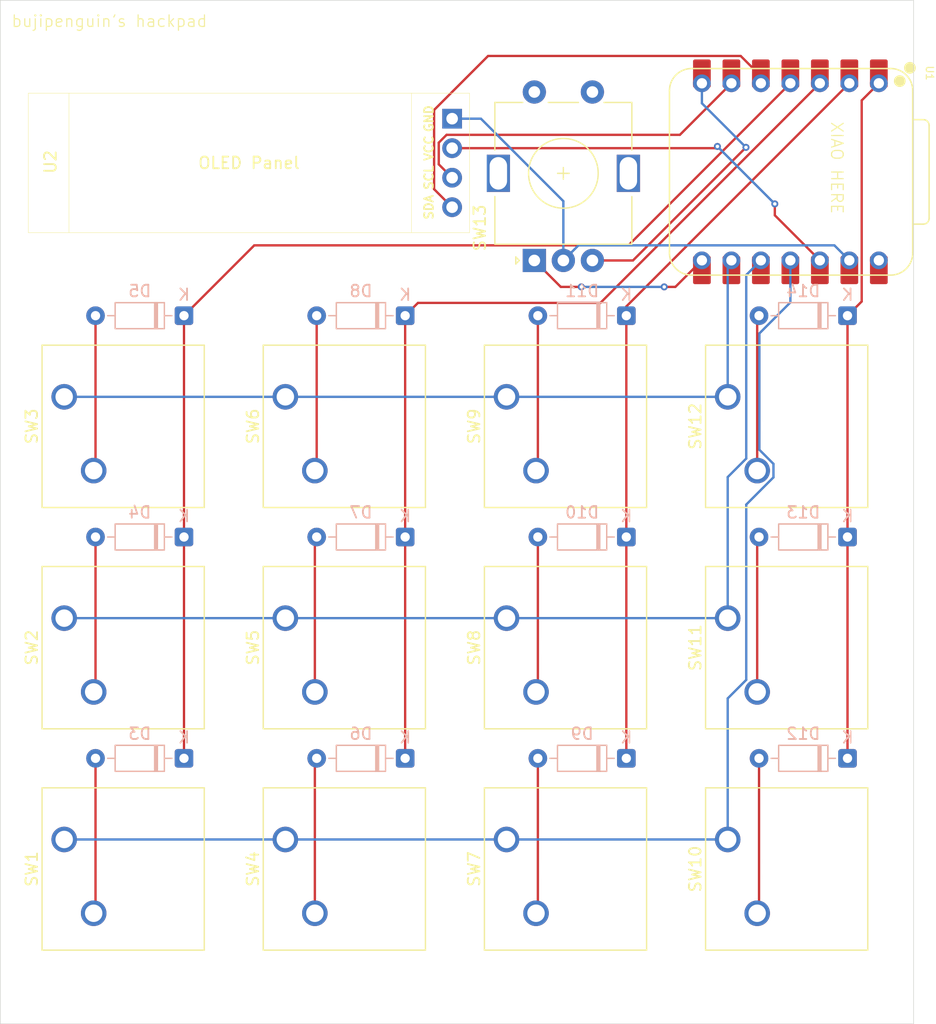
<source format=kicad_pcb>
(kicad_pcb (version 20241229) (generator "pcbnew") (generator_version "9.0")
  (layers (0 "F.Cu" signal) (2 "B.Cu" signal) (13 "F.Paste" user) (15 "B.Paste" user) (5 "F.SilkS" user "F.Silkscreen") (7 "B.SilkS" user "B.Silkscreen") (1 "F.Mask" user) (3 "B.Mask" user) (25 "Edge.Cuts" user))
  (net 0 "")
  (net 1 "Net-(D3-A)")
  (net 2 "Row 0")
  (net 3 "Net-(D4-A)")
  (net 4 "Net-(D5-A)")
  (net 5 "Row 1")
  (net 6 "Net-(D6-A)")
  (net 7 "Net-(D7-A)")
  (net 8 "Net-(D8-A)")
  (net 9 "Row 2")
  (net 10 "Net-(D9-A)")
  (net 11 "Net-(D10-A)")
  (net 12 "Net-(D11-A)")
  (net 13 "Row 3")
  (net 14 "Net-(D12-A)")
  (net 15 "Net-(D13-A)")
  (net 16 "Net-(D14-A)")
  (net 17 "GND")
  (net 18 "Column 0")
  (net 19 "Column 1")
  (net 20 "Column 2")
  (net 21 "Net-(U1-GPIO1{slash}RX)")
  (net 22 "SDA")
  (net 23 "SCL")
  (net 24 "Net-(U1-GPIO0{slash}TX)")
  (net 25 "+5V")
  (net 26 "+3V3")
  (footprint "Button_Switch_Keyboard:SW_Cherry_MX_1.00u_PCB" (layer "F.Cu") (at 143.58 119 90)
    (property "Reference" "SW4" (at -2.54 -2.794 90) (layer "F.SilkS"))
    (property "Value" "SW_Push")
    (fp_line (start 4.445 -1.905) (end 4.445 12.065) (stroke (width 0.12)) (layer "F.SilkS"))
    (fp_line (start -9.525 -1.905) (end 4.445 -1.905) (stroke (width 0.12)) (layer "F.SilkS"))
    (fp_line (start 4.445 12.065) (end -9.525 12.065) (stroke (width 0.12)) (layer "F.SilkS"))
    (fp_line (start -9.525 12.065) (end -9.525 -1.905) (stroke (width 0.12)) (layer "F.SilkS"))
    (pad "" np_thru_hole circle (at -7.62 5.08 90) (size 1.7 1.7) (drill 1.7) (layers "*.Cu" "*.Mask"))
    (pad "" np_thru_hole circle (at -2.54 5.08 90) (size 4 4) (drill 4) (layers "*.Cu" "*.Mask"))
    (pad "" np_thru_hole circle (at 2.54 5.08 90) (size 1.7 1.7) (drill 1.7) (layers "*.Cu" "*.Mask"))
    (pad "1" thru_hole circle (at 0 0 90) (size 2.2 2.2) (drill 1.5) (layers "*.Cu" "*.Mask") (net 18 "Column 0"))
    (pad "2" thru_hole circle (at -6.35 2.54 90) (size 2.2 2.2) (drill 1.5) (layers "*.Cu" "*.Mask") (net 6 "Net-(D6-A)"))
  )
  (footprint "OPL:XIAO-RP2040-DIP" (layer "F.Cu") (at 187.0775 61.5325 -90)
    (property "Reference" "U1" (at -8.5 -12 270) (layer "F.SilkS") (effects (font (size 0.635 0.635) (thickness 0.1016))))
    (property "Value" "XIAO-RP2040-DIP")
    (fp_line (start -6.985 10.414) (end 6.985 10.414) (stroke (width 0.127)) (layer "F.SilkS"))
    (fp_line (start -8.89 8.509) (end -8.89 -8.636) (stroke (width 0.127)) (layer "F.SilkS"))
    (fp_line (start 8.89 8.509) (end 8.89 -8.636) (stroke (width 0.127)) (layer "F.SilkS"))
    (fp_line (start -4.495 -10.541) (end -4.491272 -11.451272) (stroke (width 0.127)) (layer "F.SilkS"))
    (fp_line (start 6.985 -10.541) (end -6.985 -10.541) (stroke (width 0.1)) (layer "F.SilkS"))
    (fp_line (start 6.985 -10.541) (end -6.985 -10.541) (stroke (width 0.127)) (layer "F.SilkS"))
    (fp_line (start 4.504 -11.451) (end 4.504 -10.541) (stroke (width 0.127)) (layer "F.SilkS"))
    (fp_line (start -3.991272 -11.951) (end 4.004 -11.951) (stroke (width 0.127)) (layer "F.SilkS"))
    (fp_arc (start -6.985 10.414) (mid -8.332038 9.856038) (end -8.89 8.509) (stroke (width 0.127)) (layer "F.SilkS"))
    (fp_arc (start 8.89 8.509) (mid 8.332038 9.856038) (end 6.985 10.414) (stroke (width 0.127)) (layer "F.SilkS"))
    (fp_arc (start -8.89 -8.636) (mid -8.332038 -9.983038) (end -6.985 -10.541) (stroke (width 0.127)) (layer "F.SilkS"))
    (fp_arc (start 6.985 -10.541) (mid 8.332038 -9.983038) (end 8.89 -8.636) (stroke (width 0.127)) (layer "F.SilkS"))
    (fp_arc (start -4.491272 -11.451272) (mid -4.344724 -11.804644) (end -3.991272 -11.951) (stroke (width 0.127)) (layer "F.SilkS"))
    (fp_arc (start 4.004 -11.951) (mid 4.357553 -11.804553) (end 4.504 -11.451) (stroke (width 0.127)) (layer "F.SilkS"))
    (fp_circle (center -7.807 -9.42) (end -7.807 -9.674) (stroke (width 0.5)) (fill yes) (layer "F.SilkS"))
    (fp_circle (center -8.95 -10.3) (end -8.95 -10.554) (stroke (width 0.5)) (fill yes) (layer "F.SilkS"))
    (pad "1" smd roundrect (at -8.455 -7.62 90) (size 2.432 1.524) (layers "F.Cu" "F.Mask") (roundrect_rratio 0.1) (net 13 "Row 3"))
    (pad "1" thru_hole circle (at -7.62 -7.62 90) (size 1.524 1.524) (drill 0.889) (layers "*.Cu" "*.Mask") (net 13 "Row 3"))
    (pad "2" smd roundrect (at -8.455 -5.08 90) (size 2.432 1.524) (layers "F.Cu" "F.Mask") (roundrect_rratio 0.1) (net 9 "Row 2"))
    (pad "2" thru_hole circle (at -7.62 -5.08 90) (size 1.524 1.524) (drill 0.889) (layers "*.Cu" "*.Mask") (net 9 "Row 2"))
    (pad "3" smd roundrect (at -8.455 -2.54 90) (size 2.432 1.524) (layers "F.Cu" "F.Mask") (roundrect_rratio 0.1) (net 5 "Row 1"))
    (pad "3" thru_hole circle (at -7.62 -2.54 90) (size 1.524 1.524) (drill 0.889) (layers "*.Cu" "*.Mask") (net 5 "Row 1"))
    (pad "4" smd roundrect (at -8.455 0 90) (size 2.432 1.524) (layers "F.Cu" "F.Mask") (roundrect_rratio 0.1) (net 2 "Row 0"))
    (pad "4" thru_hole circle (at -7.62 0 90) (size 1.524 1.524) (drill 0.889) (layers "*.Cu" "*.Mask") (net 2 "Row 0"))
    (pad "5" smd roundrect (at -8.455 2.54 90) (size 2.432 1.524) (layers "F.Cu" "F.Mask") (roundrect_rratio 0.1) (net 22 "SDA"))
    (pad "5" thru_hole circle (at -7.62 2.54 90) (size 1.524 1.524) (drill 0.889) (layers "*.Cu" "*.Mask") (net 22 "SDA"))
    (pad "6" smd roundrect (at -8.455 5.08 90) (size 2.432 1.524) (layers "F.Cu" "F.Mask") (roundrect_rratio 0.1) (net 23 "SCL"))
    (pad "6" thru_hole circle (at -7.62 5.08 90) (size 1.524 1.524) (drill 0.889) (layers "*.Cu" "*.Mask") (net 23 "SCL"))
    (pad "7" smd roundrect (at -8.455 7.62 90) (size 2.432 1.524) (layers "F.Cu" "F.Mask") (roundrect_rratio 0.1) (net 24 "Net-(U1-GPIO0{slash}TX)"))
    (pad "7" thru_hole circle (at -7.62 7.62 90) (size 1.524 1.524) (drill 0.889) (layers "*.Cu" "*.Mask") (net 24 "Net-(U1-GPIO0{slash}TX)"))
    (pad "8" thru_hole circle (at 7.62 7.62 270) (size 1.524 1.524) (drill 0.889) (layers "*.Cu" "*.Mask") (net 21 "Net-(U1-GPIO1{slash}RX)"))
    (pad "8" smd roundrect (at 8.455 7.62 270) (size 2.432 1.524) (layers "F.Cu" "F.Mask") (roundrect_rratio 0.1) (net 21 "Net-(U1-GPIO1{slash}RX)"))
    (pad "9" thru_hole circle (at 7.62 5.08 270) (size 1.524 1.524) (drill 0.889) (layers "*.Cu" "*.Mask") (net 20 "Column 2"))
    (pad "9" smd roundrect (at 8.455 5.08 270) (size 2.432 1.524) (layers "F.Cu" "F.Mask") (roundrect_rratio 0.1) (net 20 "Column 2"))
    (pad "10" thru_hole circle (at 7.62 2.54 270) (size 1.524 1.524) (drill 0.889) (layers "*.Cu" "*.Mask") (net 19 "Column 1"))
    (pad "10" smd roundrect (at 8.455 2.54 270) (size 2.432 1.524) (layers "F.Cu" "F.Mask") (roundrect_rratio 0.1) (net 19 "Column 1"))
    (pad "11" thru_hole circle (at 7.62 0 270) (size 1.524 1.524) (drill 0.889) (layers "*.Cu" "*.Mask") (net 18 "Column 0"))
    (pad "11" smd roundrect (at 8.455 0 270) (size 2.432 1.524) (layers "F.Cu" "F.Mask") (roundrect_rratio 0.1) (net 18 "Column 0"))
    (pad "12" thru_hole circle (at 7.62 -2.54 270) (size 1.524 1.524) (drill 0.889) (layers "*.Cu" "*.Mask") (net 26 "+3V3"))
    (pad "12" smd roundrect (at 8.455 -2.54 270) (size 2.432 1.524) (layers "F.Cu" "F.Mask") (roundrect_rratio 0.1) (net 26 "+3V3"))
    (pad "13" thru_hole circle (at 7.62 -5.08 270) (size 1.524 1.524) (drill 0.889) (layers "*.Cu" "*.Mask") (net 17 "GND"))
    (pad "13" smd roundrect (at 8.455 -5.08 270) (size 2.432 1.524) (layers "F.Cu" "F.Mask") (roundrect_rratio 0.1) (net 17 "GND"))
    (pad "14" thru_hole circle (at 7.62 -7.62 270) (size 1.524 1.524) (drill 0.889) (layers "*.Cu" "*.Mask") (net 25 "+5V"))
    (pad "14" smd roundrect (at 8.455 -7.62 270) (size 2.432 1.524) (layers "F.Cu" "F.Mask") (roundrect_rratio 0.1) (net 25 "+5V"))
  )
  (footprint "Button_Switch_Keyboard:SW_Cherry_MX_1.00u_PCB" (layer "F.Cu") (at 162.63 80.9 90)
    (property "Reference" "SW9" (at -2.54 -2.794 90) (layer "F.SilkS"))
    (property "Value" "SW_Push")
    (fp_line (start 4.445 -1.905) (end 4.445 12.065) (stroke (width 0.12)) (layer "F.SilkS"))
    (fp_line (start -9.525 -1.905) (end 4.445 -1.905) (stroke (width 0.12)) (layer "F.SilkS"))
    (fp_line (start 4.445 12.065) (end -9.525 12.065) (stroke (width 0.12)) (layer "F.SilkS"))
    (fp_line (start -9.525 12.065) (end -9.525 -1.905) (stroke (width 0.12)) (layer "F.SilkS"))
    (pad "" np_thru_hole circle (at -7.62 5.08 90) (size 1.7 1.7) (drill 1.7) (layers "*.Cu" "*.Mask"))
    (pad "" np_thru_hole circle (at -2.54 5.08 90) (size 4 4) (drill 4) (layers "*.Cu" "*.Mask"))
    (pad "" np_thru_hole circle (at 2.54 5.08 90) (size 1.7 1.7) (drill 1.7) (layers "*.Cu" "*.Mask"))
    (pad "1" thru_hole circle (at 0 0 90) (size 2.2 2.2) (drill 1.5) (layers "*.Cu" "*.Mask") (net 20 "Column 2"))
    (pad "2" thru_hole circle (at -6.35 2.54 90) (size 2.2 2.2) (drill 1.5) (layers "*.Cu" "*.Mask") (net 12 "Net-(D11-A)"))
  )
  (footprint "Button_Switch_Keyboard:SW_Cherry_MX_1.00u_PCB" (layer "F.Cu") (at 181.68 119 90)
    (property "Reference" "SW10" (at -2.54 -2.794 90) (layer "F.SilkS"))
    (property "Value" "SW_Push")
    (fp_line (start 4.445 -1.905) (end 4.445 12.065) (stroke (width 0.12)) (layer "F.SilkS"))
    (fp_line (start -9.525 -1.905) (end 4.445 -1.905) (stroke (width 0.12)) (layer "F.SilkS"))
    (fp_line (start 4.445 12.065) (end -9.525 12.065) (stroke (width 0.12)) (layer "F.SilkS"))
    (fp_line (start -9.525 12.065) (end -9.525 -1.905) (stroke (width 0.12)) (layer "F.SilkS"))
    (pad "" np_thru_hole circle (at -7.62 5.08 90) (size 1.7 1.7) (drill 1.7) (layers "*.Cu" "*.Mask"))
    (pad "" np_thru_hole circle (at -2.54 5.08 90) (size 4 4) (drill 4) (layers "*.Cu" "*.Mask"))
    (pad "" np_thru_hole circle (at 2.54 5.08 90) (size 1.7 1.7) (drill 1.7) (layers "*.Cu" "*.Mask"))
    (pad "1" thru_hole circle (at 0 0 90) (size 2.2 2.2) (drill 1.5) (layers "*.Cu" "*.Mask") (net 18 "Column 0"))
    (pad "2" thru_hole circle (at -6.35 2.54 90) (size 2.2 2.2) (drill 1.5) (layers "*.Cu" "*.Mask") (net 14 "Net-(D12-A)"))
  )
  (footprint "KiCad-SSD1306-0.91-OLED-4pin-128x32.pretty-master:SSD1306-0.91-OLED-4pin-128x32" (layer "F.Cu") (at 121.44375 54.76875)
    (property "Reference" "U2" (at 1.9 5.91 90) (layer "F.SilkS"))
    (property "Value" "SSD1306")
    (fp_line (start 0 0) (end 0 12) (stroke (width 0.04)) (layer "F.SilkS"))
    (fp_line (start 0 12) (end 38 12) (stroke (width 0.04)) (layer "F.SilkS"))
    (fp_line (start 3.5 0) (end 3.5 12) (stroke (width 0.04)) (layer "F.SilkS"))
    (fp_line (start 33 0) (end 33 12) (stroke (width 0.04)) (layer "F.SilkS"))
    (fp_line (start 38 0) (end 0 0) (stroke (width 0.04)) (layer "F.SilkS"))
    (fp_line (start 38 12) (end 38 0) (stroke (width 0.04)) (layer "F.SilkS"))
    (fp_text user "OLED Panel" (at 19 6 0) (layer "F.SilkS"))
    (fp_text user "SDA" (at 34.5 9.81 90) (layer "F.SilkS") (effects (font (size 0.75 0.75))))
    (fp_text user "SCL" (at 34.5 7.27 90) (layer "F.SilkS") (effects (font (size 0.75 0.75))))
    (fp_text user "VCC" (at 34.5 4.73 90) (layer "F.SilkS") (effects (font (size 0.75 0.75))))
    (fp_text user "GND" (at 34.5 2.19 90) (layer "F.SilkS") (effects (font (size 0.75 0.75))))
    (pad "1" thru_hole rect (at 36.5 2.19) (size 1.7 1.7) (drill 1) (layers "*.Cu" "*.Mask") (net 17 "GND"))
    (pad "2" thru_hole oval (at 36.5 4.73) (size 1.7 1.7) (drill 1) (layers "*.Cu" "*.Mask") (net 26 "+3V3"))
    (pad "3" thru_hole oval (at 36.5 7.27) (size 1.7 1.7) (drill 1) (layers "*.Cu" "*.Mask") (net 23 "SCL"))
    (pad "4" thru_hole oval (at 36.5 9.81) (size 1.7 1.7) (drill 1) (layers "*.Cu" "*.Mask") (net 22 "SDA"))
  )
  (footprint "Button_Switch_Keyboard:SW_Cherry_MX_1.00u_PCB" (layer "F.Cu") (at 162.63 119 90)
    (property "Reference" "SW7" (at -2.54 -2.794 90) (layer "F.SilkS"))
    (property "Value" "SW_Push")
    (fp_line (start 4.445 -1.905) (end 4.445 12.065) (stroke (width 0.12)) (layer "F.SilkS"))
    (fp_line (start -9.525 -1.905) (end 4.445 -1.905) (stroke (width 0.12)) (layer "F.SilkS"))
    (fp_line (start 4.445 12.065) (end -9.525 12.065) (stroke (width 0.12)) (layer "F.SilkS"))
    (fp_line (start -9.525 12.065) (end -9.525 -1.905) (stroke (width 0.12)) (layer "F.SilkS"))
    (pad "" np_thru_hole circle (at -7.62 5.08 90) (size 1.7 1.7) (drill 1.7) (layers "*.Cu" "*.Mask"))
    (pad "" np_thru_hole circle (at -2.54 5.08 90) (size 4 4) (drill 4) (layers "*.Cu" "*.Mask"))
    (pad "" np_thru_hole circle (at 2.54 5.08 90) (size 1.7 1.7) (drill 1.7) (layers "*.Cu" "*.Mask"))
    (pad "1" thru_hole circle (at 0 0 90) (size 2.2 2.2) (drill 1.5) (layers "*.Cu" "*.Mask") (net 18 "Column 0"))
    (pad "2" thru_hole circle (at -6.35 2.54 90) (size 2.2 2.2) (drill 1.5) (layers "*.Cu" "*.Mask") (net 10 "Net-(D9-A)"))
  )
  (footprint "Button_Switch_Keyboard:SW_Cherry_MX_1.00u_PCB" (layer "F.Cu") (at 124.53 119 90)
    (property "Reference" "SW1" (at -2.54 -2.794 90) (layer "F.SilkS"))
    (property "Value" "SW_Push")
    (fp_line (start 4.445 -1.905) (end 4.445 12.065) (stroke (width 0.12)) (layer "F.SilkS"))
    (fp_line (start -9.525 -1.905) (end 4.445 -1.905) (stroke (width 0.12)) (layer "F.SilkS"))
    (fp_line (start 4.445 12.065) (end -9.525 12.065) (stroke (width 0.12)) (layer "F.SilkS"))
    (fp_line (start -9.525 12.065) (end -9.525 -1.905) (stroke (width 0.12)) (layer "F.SilkS"))
    (pad "" np_thru_hole circle (at -7.62 5.08 90) (size 1.7 1.7) (drill 1.7) (layers "*.Cu" "*.Mask"))
    (pad "" np_thru_hole circle (at -2.54 5.08 90) (size 4 4) (drill 4) (layers "*.Cu" "*.Mask"))
    (pad "" np_thru_hole circle (at 2.54 5.08 90) (size 1.7 1.7) (drill 1.7) (layers "*.Cu" "*.Mask"))
    (pad "1" thru_hole circle (at 0 0 90) (size 2.2 2.2) (drill 1.5) (layers "*.Cu" "*.Mask") (net 18 "Column 0"))
    (pad "2" thru_hole circle (at -6.35 2.54 90) (size 2.2 2.2) (drill 1.5) (layers "*.Cu" "*.Mask") (net 1 "Net-(D3-A)"))
  )
  (footprint "Button_Switch_Keyboard:SW_Cherry_MX_1.00u_PCB" (layer "F.Cu") (at 162.63 99.95 90)
    (property "Reference" "SW8" (at -2.54 -2.794 90) (layer "F.SilkS"))
    (property "Value" "SW_Push")
    (fp_line (start 4.445 -1.905) (end 4.445 12.065) (stroke (width 0.12)) (layer "F.SilkS"))
    (fp_line (start -9.525 -1.905) (end 4.445 -1.905) (stroke (width 0.12)) (layer "F.SilkS"))
    (fp_line (start 4.445 12.065) (end -9.525 12.065) (stroke (width 0.12)) (layer "F.SilkS"))
    (fp_line (start -9.525 12.065) (end -9.525 -1.905) (stroke (width 0.12)) (layer "F.SilkS"))
    (pad "" np_thru_hole circle (at -7.62 5.08 90) (size 1.7 1.7) (drill 1.7) (layers "*.Cu" "*.Mask"))
    (pad "" np_thru_hole circle (at -2.54 5.08 90) (size 4 4) (drill 4) (layers "*.Cu" "*.Mask"))
    (pad "" np_thru_hole circle (at 2.54 5.08 90) (size 1.7 1.7) (drill 1.7) (layers "*.Cu" "*.Mask"))
    (pad "1" thru_hole circle (at 0 0 90) (size 2.2 2.2) (drill 1.5) (layers "*.Cu" "*.Mask") (net 19 "Column 1"))
    (pad "2" thru_hole circle (at -6.35 2.54 90) (size 2.2 2.2) (drill 1.5) (layers "*.Cu" "*.Mask") (net 11 "Net-(D10-A)"))
  )
  (footprint "EC11_Rotary_Encoder_for_hackpad:RotaryEncoder_Alps_EC11E-Switch_Vertical_H20mm" (layer "F.Cu") (at 165.025 69.1625 90)
    (property "Reference" "SW13" (at 2.8 -4.7 90) (layer "F.SilkS"))
    (property "Value" "RotaryEncoder_Switch")
    (fp_line (start 13.6 -3.4) (end 13.6 -1) (stroke (width 0.12)) (layer "F.SilkS"))
    (fp_line (start 9.5 -3.4) (end 13.6 -3.4) (stroke (width 0.12)) (layer "F.SilkS"))
    (fp_line (start 5.5 -3.4) (end 1.4 -3.4) (stroke (width 0.12)) (layer "F.SilkS"))
    (fp_line (start 1.4 -3.4) (end 1.4 8.4) (stroke (width 0.12)) (layer "F.SilkS"))
    (fp_line (start 0.3 -1.6) (end 0 -1.3) (stroke (width 0.12)) (layer "F.SilkS"))
    (fp_line (start -0.3 -1.6) (end 0.3 -1.6) (stroke (width 0.12)) (layer "F.SilkS"))
    (fp_line (start 0 -1.3) (end -0.3 -1.6) (stroke (width 0.12)) (layer "F.SilkS"))
    (fp_line (start 13.6 1.2) (end 13.6 3.8) (stroke (width 0.12)) (layer "F.SilkS"))
    (fp_line (start 7.5 2) (end 7.5 3) (stroke (width 0.12)) (layer "F.SilkS"))
    (fp_line (start 7 2.5) (end 8 2.5) (stroke (width 0.12)) (layer "F.SilkS"))
    (fp_line (start 13.6 6) (end 13.6 8.4) (stroke (width 0.12)) (layer "F.SilkS"))
    (fp_line (start 13.6 8.4) (end 9.5 8.4) (stroke (width 0.12)) (layer "F.SilkS"))
    (fp_line (start 5.5 8.4) (end 1.4 8.4) (stroke (width 0.12)) (layer "F.SilkS"))
    (fp_circle (center 7.5 2.5) (end 10.5 2.5) (stroke (width 0.12)) (fill no) (layer "F.SilkS"))
    (pad "A" thru_hole rect (at 0 0 90) (size 2 2) (drill 1) (layers "*.Cu" "*.Mask") (net 21 "Net-(U1-GPIO1{slash}RX)"))
    (pad "B" thru_hole circle (at 0 5 90) (size 2 2) (drill 1) (layers "*.Cu" "*.Mask") (net 24 "Net-(U1-GPIO0{slash}TX)"))
    (pad "C" thru_hole circle (at 0 2.5 90) (size 2 2) (drill 1) (layers "*.Cu" "*.Mask") (net 17 "GND"))
    (pad "MP" thru_hole rect (at 7.5 -3.1 90) (size 3.2 2) (drill oval 2.8 1.5) (layers "*.Cu" "*.Mask"))
    (pad "MP" thru_hole rect (at 7.5 8.1 90) (size 3.2 2) (drill oval 2.8 1.5) (layers "*.Cu" "*.Mask"))
    (pad "S1" thru_hole circle (at 14.5 5 90) (size 2 2) (drill 1) (layers "*.Cu" "*.Mask"))
    (pad "S2" thru_hole circle (at 14.5 0 90) (size 2 2) (drill 1) (layers "*.Cu" "*.Mask"))
  )
  (footprint "Button_Switch_Keyboard:SW_Cherry_MX_1.00u_PCB" (layer "F.Cu") (at 124.53 99.95 90)
    (property "Reference" "SW2" (at -2.54 -2.794 90) (layer "F.SilkS"))
    (property "Value" "SW_Push")
    (fp_line (start 4.445 -1.905) (end 4.445 12.065) (stroke (width 0.12)) (layer "F.SilkS"))
    (fp_line (start -9.525 -1.905) (end 4.445 -1.905) (stroke (width 0.12)) (layer "F.SilkS"))
    (fp_line (start 4.445 12.065) (end -9.525 12.065) (stroke (width 0.12)) (layer "F.SilkS"))
    (fp_line (start -9.525 12.065) (end -9.525 -1.905) (stroke (width 0.12)) (layer "F.SilkS"))
    (pad "" np_thru_hole circle (at -7.62 5.08 90) (size 1.7 1.7) (drill 1.7) (layers "*.Cu" "*.Mask"))
    (pad "" np_thru_hole circle (at -2.54 5.08 90) (size 4 4) (drill 4) (layers "*.Cu" "*.Mask"))
    (pad "" np_thru_hole circle (at 2.54 5.08 90) (size 1.7 1.7) (drill 1.7) (layers "*.Cu" "*.Mask"))
    (pad "1" thru_hole circle (at 0 0 90) (size 2.2 2.2) (drill 1.5) (layers "*.Cu" "*.Mask") (net 19 "Column 1"))
    (pad "2" thru_hole circle (at -6.35 2.54 90) (size 2.2 2.2) (drill 1.5) (layers "*.Cu" "*.Mask") (net 3 "Net-(D4-A)"))
  )
  (footprint "Button_Switch_Keyboard:SW_Cherry_MX_1.00u_PCB" (layer "F.Cu") (at 143.58 80.9 90)
    (property "Reference" "SW6" (at -2.54 -2.794 90) (layer "F.SilkS"))
    (property "Value" "SW_Push")
    (fp_line (start 4.445 -1.905) (end 4.445 12.065) (stroke (width 0.12)) (layer "F.SilkS"))
    (fp_line (start -9.525 -1.905) (end 4.445 -1.905) (stroke (width 0.12)) (layer "F.SilkS"))
    (fp_line (start 4.445 12.065) (end -9.525 12.065) (stroke (width 0.12)) (layer "F.SilkS"))
    (fp_line (start -9.525 12.065) (end -9.525 -1.905) (stroke (width 0.12)) (layer "F.SilkS"))
    (pad "" np_thru_hole circle (at -7.62 5.08 90) (size 1.7 1.7) (drill 1.7) (layers "*.Cu" "*.Mask"))
    (pad "" np_thru_hole circle (at -2.54 5.08 90) (size 4 4) (drill 4) (layers "*.Cu" "*.Mask"))
    (pad "" np_thru_hole circle (at 2.54 5.08 90) (size 1.7 1.7) (drill 1.7) (layers "*.Cu" "*.Mask"))
    (pad "1" thru_hole circle (at 0 0 90) (size 2.2 2.2) (drill 1.5) (layers "*.Cu" "*.Mask") (net 20 "Column 2"))
    (pad "2" thru_hole circle (at -6.35 2.54 90) (size 2.2 2.2) (drill 1.5) (layers "*.Cu" "*.Mask") (net 8 "Net-(D8-A)"))
  )
  (footprint "Button_Switch_Keyboard:SW_Cherry_MX_1.00u_PCB" (layer "F.Cu") (at 124.53 80.9 90)
    (property "Reference" "SW3" (at -2.54 -2.794 90) (layer "F.SilkS"))
    (property "Value" "SW_Push")
    (fp_line (start 4.445 -1.905) (end 4.445 12.065) (stroke (width 0.12)) (layer "F.SilkS"))
    (fp_line (start -9.525 -1.905) (end 4.445 -1.905) (stroke (width 0.12)) (layer "F.SilkS"))
    (fp_line (start 4.445 12.065) (end -9.525 12.065) (stroke (width 0.12)) (layer "F.SilkS"))
    (fp_line (start -9.525 12.065) (end -9.525 -1.905) (stroke (width 0.12)) (layer "F.SilkS"))
    (pad "" np_thru_hole circle (at -7.62 5.08 90) (size 1.7 1.7) (drill 1.7) (layers "*.Cu" "*.Mask"))
    (pad "" np_thru_hole circle (at -2.54 5.08 90) (size 4 4) (drill 4) (layers "*.Cu" "*.Mask"))
    (pad "" np_thru_hole circle (at 2.54 5.08 90) (size 1.7 1.7) (drill 1.7) (layers "*.Cu" "*.Mask"))
    (pad "1" thru_hole circle (at 0 0 90) (size 2.2 2.2) (drill 1.5) (layers "*.Cu" "*.Mask") (net 20 "Column 2"))
    (pad "2" thru_hole circle (at -6.35 2.54 90) (size 2.2 2.2) (drill 1.5) (layers "*.Cu" "*.Mask") (net 4 "Net-(D5-A)"))
  )
  (footprint "Button_Switch_Keyboard:SW_Cherry_MX_1.00u_PCB" (layer "F.Cu") (at 143.58 99.95 90)
    (property "Reference" "SW5" (at -2.54 -2.794 90) (layer "F.SilkS"))
    (property "Value" "SW_Push")
    (fp_line (start 4.445 -1.905) (end 4.445 12.065) (stroke (width 0.12)) (layer "F.SilkS"))
    (fp_line (start -9.525 -1.905) (end 4.445 -1.905) (stroke (width 0.12)) (layer "F.SilkS"))
    (fp_line (start 4.445 12.065) (end -9.525 12.065) (stroke (width 0.12)) (layer "F.SilkS"))
    (fp_line (start -9.525 12.065) (end -9.525 -1.905) (stroke (width 0.12)) (layer "F.SilkS"))
    (pad "" np_thru_hole circle (at -7.62 5.08 90) (size 1.7 1.7) (drill 1.7) (layers "*.Cu" "*.Mask"))
    (pad "" np_thru_hole circle (at -2.54 5.08 90) (size 4 4) (drill 4) (layers "*.Cu" "*.Mask"))
    (pad "" np_thru_hole circle (at 2.54 5.08 90) (size 1.7 1.7) (drill 1.7) (layers "*.Cu" "*.Mask"))
    (pad "1" thru_hole circle (at 0 0 90) (size 2.2 2.2) (drill 1.5) (layers "*.Cu" "*.Mask") (net 19 "Column 1"))
    (pad "2" thru_hole circle (at -6.35 2.54 90) (size 2.2 2.2) (drill 1.5) (layers "*.Cu" "*.Mask") (net 7 "Net-(D7-A)"))
  )
  (footprint "Button_Switch_Keyboard:SW_Cherry_MX_1.00u_PCB" (layer "F.Cu") (at 181.68 99.95 90)
    (property "Reference" "SW11" (at -2.54 -2.794 90) (layer "F.SilkS"))
    (property "Value" "SW_Push")
    (fp_line (start 4.445 -1.905) (end 4.445 12.065) (stroke (width 0.12)) (layer "F.SilkS"))
    (fp_line (start -9.525 -1.905) (end 4.445 -1.905) (stroke (width 0.12)) (layer "F.SilkS"))
    (fp_line (start 4.445 12.065) (end -9.525 12.065) (stroke (width 0.12)) (layer "F.SilkS"))
    (fp_line (start -9.525 12.065) (end -9.525 -1.905) (stroke (width 0.12)) (layer "F.SilkS"))
    (pad "" np_thru_hole circle (at -7.62 5.08 90) (size 1.7 1.7) (drill 1.7) (layers "*.Cu" "*.Mask"))
    (pad "" np_thru_hole circle (at -2.54 5.08 90) (size 4 4) (drill 4) (layers "*.Cu" "*.Mask"))
    (pad "" np_thru_hole circle (at 2.54 5.08 90) (size 1.7 1.7) (drill 1.7) (layers "*.Cu" "*.Mask"))
    (pad "1" thru_hole circle (at 0 0 90) (size 2.2 2.2) (drill 1.5) (layers "*.Cu" "*.Mask") (net 19 "Column 1"))
    (pad "2" thru_hole circle (at -6.35 2.54 90) (size 2.2 2.2) (drill 1.5) (layers "*.Cu" "*.Mask") (net 15 "Net-(D13-A)"))
  )
  (footprint "Button_Switch_Keyboard:SW_Cherry_MX_1.00u_PCB" (layer "F.Cu") (at 181.68 80.9 90)
    (property "Reference" "SW12" (at -2.54 -2.794 90) (layer "F.SilkS"))
    (property "Value" "SW_Push")
    (fp_line (start 4.445 -1.905) (end 4.445 12.065) (stroke (width 0.12)) (layer "F.SilkS"))
    (fp_line (start -9.525 -1.905) (end 4.445 -1.905) (stroke (width 0.12)) (layer "F.SilkS"))
    (fp_line (start 4.445 12.065) (end -9.525 12.065) (stroke (width 0.12)) (layer "F.SilkS"))
    (fp_line (start -9.525 12.065) (end -9.525 -1.905) (stroke (width 0.12)) (layer "F.SilkS"))
    (pad "" np_thru_hole circle (at -7.62 5.08 90) (size 1.7 1.7) (drill 1.7) (layers "*.Cu" "*.Mask"))
    (pad "" np_thru_hole circle (at -2.54 5.08 90) (size 4 4) (drill 4) (layers "*.Cu" "*.Mask"))
    (pad "" np_thru_hole circle (at 2.54 5.08 90) (size 1.7 1.7) (drill 1.7) (layers "*.Cu" "*.Mask"))
    (pad "1" thru_hole circle (at 0 0 90) (size 2.2 2.2) (drill 1.5) (layers "*.Cu" "*.Mask") (net 20 "Column 2"))
    (pad "2" thru_hole circle (at -6.35 2.54 90) (size 2.2 2.2) (drill 1.5) (layers "*.Cu" "*.Mask") (net 16 "Net-(D14-A)"))
  )
  (footprint "Diode_THT:D_DO-35_SOD27_P7.62mm_Horizontal" (layer "B.Cu") (at 134.84875 112.015 180)
    (property "Reference" "D3" (at 3.81 2.12 0) (layer "B.SilkS") (effects (justify mirror)))
    (property "Value" "1N4148")
    (fp_line (start 6.58 0) (end 5.93 0) (stroke (width 0.12)) (layer "B.SilkS"))
    (fp_line (start 2.53 1.12) (end 2.53 -1.12) (stroke (width 0.12)) (layer "B.SilkS"))
    (fp_line (start 2.41 1.12) (end 2.41 -1.12) (stroke (width 0.12)) (layer "B.SilkS"))
    (fp_line (start 2.29 1.12) (end 2.29 -1.12) (stroke (width 0.12)) (layer "B.SilkS"))
    (fp_line (start 1.04 0) (end 1.69 0) (stroke (width 0.12)) (layer "B.SilkS"))
    (fp_rect (start 1.69 1.12) (end 5.93 -1.12) (stroke (width 0.12)) (fill no) (layer "B.SilkS"))
    (fp_text user "K" (at 0 1.8 0) (layer "B.SilkS") (effects (justify mirror)))
    (pad "1" thru_hole roundrect (at 0 0 180) (size 1.6 1.6) (drill 0.8) (layers "*.Cu" "*.Mask") (roundrect_rratio 0.15625) (net 2 "Row 0"))
    (pad "2" thru_hole circle (at 7.62 0 180) (size 1.6 1.6) (drill 0.8) (layers "*.Cu" "*.Mask") (net 1 "Net-(D3-A)"))
  )
  (footprint "Diode_THT:D_DO-35_SOD27_P7.62mm_Horizontal" (layer "B.Cu") (at 172.94875 73.915 180)
    (property "Reference" "D11" (at 3.81 2.12 0) (layer "B.SilkS") (effects (justify mirror)))
    (property "Value" "1N4148")
    (fp_line (start 6.58 0) (end 5.93 0) (stroke (width 0.12)) (layer "B.SilkS"))
    (fp_line (start 2.53 1.12) (end 2.53 -1.12) (stroke (width 0.12)) (layer "B.SilkS"))
    (fp_line (start 2.41 1.12) (end 2.41 -1.12) (stroke (width 0.12)) (layer "B.SilkS"))
    (fp_line (start 2.29 1.12) (end 2.29 -1.12) (stroke (width 0.12)) (layer "B.SilkS"))
    (fp_line (start 1.04 0) (end 1.69 0) (stroke (width 0.12)) (layer "B.SilkS"))
    (fp_rect (start 1.69 1.12) (end 5.93 -1.12) (stroke (width 0.12)) (fill no) (layer "B.SilkS"))
    (fp_text user "K" (at 0 1.8 0) (layer "B.SilkS") (effects (justify mirror)))
    (pad "1" thru_hole roundrect (at 0 0 180) (size 1.6 1.6) (drill 0.8) (layers "*.Cu" "*.Mask") (roundrect_rratio 0.15625) (net 9 "Row 2"))
    (pad "2" thru_hole circle (at 7.62 0 180) (size 1.6 1.6) (drill 0.8) (layers "*.Cu" "*.Mask") (net 12 "Net-(D11-A)"))
  )
  (footprint "Diode_THT:D_DO-35_SOD27_P7.62mm_Horizontal" (layer "B.Cu") (at 153.89875 92.965 180)
    (property "Reference" "D7" (at 3.81 2.12 0) (layer "B.SilkS") (effects (justify mirror)))
    (property "Value" "1N4148")
    (fp_line (start 6.58 0) (end 5.93 0) (stroke (width 0.12)) (layer "B.SilkS"))
    (fp_line (start 2.53 1.12) (end 2.53 -1.12) (stroke (width 0.12)) (layer "B.SilkS"))
    (fp_line (start 2.41 1.12) (end 2.41 -1.12) (stroke (width 0.12)) (layer "B.SilkS"))
    (fp_line (start 2.29 1.12) (end 2.29 -1.12) (stroke (width 0.12)) (layer "B.SilkS"))
    (fp_line (start 1.04 0) (end 1.69 0) (stroke (width 0.12)) (layer "B.SilkS"))
    (fp_rect (start 1.69 1.12) (end 5.93 -1.12) (stroke (width 0.12)) (fill no) (layer "B.SilkS"))
    (fp_text user "K" (at 0 1.8 0) (layer "B.SilkS") (effects (justify mirror)))
    (pad "1" thru_hole roundrect (at 0 0 180) (size 1.6 1.6) (drill 0.8) (layers "*.Cu" "*.Mask") (roundrect_rratio 0.15625) (net 5 "Row 1"))
    (pad "2" thru_hole circle (at 7.62 0 180) (size 1.6 1.6) (drill 0.8) (layers "*.Cu" "*.Mask") (net 7 "Net-(D7-A)"))
  )
  (footprint "Diode_THT:D_DO-35_SOD27_P7.62mm_Horizontal" (layer "B.Cu") (at 153.89875 112.015 180)
    (property "Reference" "D6" (at 3.81 2.12 0) (layer "B.SilkS") (effects (justify mirror)))
    (property "Value" "1N4148")
    (fp_line (start 6.58 0) (end 5.93 0) (stroke (width 0.12)) (layer "B.SilkS"))
    (fp_line (start 2.53 1.12) (end 2.53 -1.12) (stroke (width 0.12)) (layer "B.SilkS"))
    (fp_line (start 2.41 1.12) (end 2.41 -1.12) (stroke (width 0.12)) (layer "B.SilkS"))
    (fp_line (start 2.29 1.12) (end 2.29 -1.12) (stroke (width 0.12)) (layer "B.SilkS"))
    (fp_line (start 1.04 0) (end 1.69 0) (stroke (width 0.12)) (layer "B.SilkS"))
    (fp_rect (start 1.69 1.12) (end 5.93 -1.12) (stroke (width 0.12)) (fill no) (layer "B.SilkS"))
    (fp_text user "K" (at 0 1.8 0) (layer "B.SilkS") (effects (justify mirror)))
    (pad "1" thru_hole roundrect (at 0 0 180) (size 1.6 1.6) (drill 0.8) (layers "*.Cu" "*.Mask") (roundrect_rratio 0.15625) (net 5 "Row 1"))
    (pad "2" thru_hole circle (at 7.62 0 180) (size 1.6 1.6) (drill 0.8) (layers "*.Cu" "*.Mask") (net 6 "Net-(D6-A)"))
  )
  (footprint "Diode_THT:D_DO-35_SOD27_P7.62mm_Horizontal" (layer "B.Cu") (at 191.99875 92.965 180)
    (property "Reference" "D13" (at 3.81 2.12 0) (layer "B.SilkS") (effects (justify mirror)))
    (property "Value" "1N4148")
    (fp_line (start 6.58 0) (end 5.93 0) (stroke (width 0.12)) (layer "B.SilkS"))
    (fp_line (start 2.53 1.12) (end 2.53 -1.12) (stroke (width 0.12)) (layer "B.SilkS"))
    (fp_line (start 2.41 1.12) (end 2.41 -1.12) (stroke (width 0.12)) (layer "B.SilkS"))
    (fp_line (start 2.29 1.12) (end 2.29 -1.12) (stroke (width 0.12)) (layer "B.SilkS"))
    (fp_line (start 1.04 0) (end 1.69 0) (stroke (width 0.12)) (layer "B.SilkS"))
    (fp_rect (start 1.69 1.12) (end 5.93 -1.12) (stroke (width 0.12)) (fill no) (layer "B.SilkS"))
    (fp_text user "K" (at 0 1.8 0) (layer "B.SilkS") (effects (justify mirror)))
    (pad "1" thru_hole roundrect (at 0 0 180) (size 1.6 1.6) (drill 0.8) (layers "*.Cu" "*.Mask") (roundrect_rratio 0.15625) (net 13 "Row 3"))
    (pad "2" thru_hole circle (at 7.62 0 180) (size 1.6 1.6) (drill 0.8) (layers "*.Cu" "*.Mask") (net 15 "Net-(D13-A)"))
  )
  (footprint "Diode_THT:D_DO-35_SOD27_P7.62mm_Horizontal" (layer "B.Cu") (at 153.89875 73.915 180)
    (property "Reference" "D8" (at 3.81 2.12 0) (layer "B.SilkS") (effects (justify mirror)))
    (property "Value" "1N4148")
    (fp_line (start 6.58 0) (end 5.93 0) (stroke (width 0.12)) (layer "B.SilkS"))
    (fp_line (start 2.53 1.12) (end 2.53 -1.12) (stroke (width 0.12)) (layer "B.SilkS"))
    (fp_line (start 2.41 1.12) (end 2.41 -1.12) (stroke (width 0.12)) (layer "B.SilkS"))
    (fp_line (start 2.29 1.12) (end 2.29 -1.12) (stroke (width 0.12)) (layer "B.SilkS"))
    (fp_line (start 1.04 0) (end 1.69 0) (stroke (width 0.12)) (layer "B.SilkS"))
    (fp_rect (start 1.69 1.12) (end 5.93 -1.12) (stroke (width 0.12)) (fill no) (layer "B.SilkS"))
    (fp_text user "K" (at 0 1.8 0) (layer "B.SilkS") (effects (justify mirror)))
    (pad "1" thru_hole roundrect (at 0 0 180) (size 1.6 1.6) (drill 0.8) (layers "*.Cu" "*.Mask") (roundrect_rratio 0.15625) (net 5 "Row 1"))
    (pad "2" thru_hole circle (at 7.62 0 180) (size 1.6 1.6) (drill 0.8) (layers "*.Cu" "*.Mask") (net 8 "Net-(D8-A)"))
  )
  (footprint "Diode_THT:D_DO-35_SOD27_P7.62mm_Horizontal" (layer "B.Cu") (at 172.94875 112.015 180)
    (property "Reference" "D9" (at 3.81 2.12 0) (layer "B.SilkS") (effects (justify mirror)))
    (property "Value" "1N4148")
    (fp_line (start 6.58 0) (end 5.93 0) (stroke (width 0.12)) (layer "B.SilkS"))
    (fp_line (start 2.53 1.12) (end 2.53 -1.12) (stroke (width 0.12)) (layer "B.SilkS"))
    (fp_line (start 2.41 1.12) (end 2.41 -1.12) (stroke (width 0.12)) (layer "B.SilkS"))
    (fp_line (start 2.29 1.12) (end 2.29 -1.12) (stroke (width 0.12)) (layer "B.SilkS"))
    (fp_line (start 1.04 0) (end 1.69 0) (stroke (width 0.12)) (layer "B.SilkS"))
    (fp_rect (start 1.69 1.12) (end 5.93 -1.12) (stroke (width 0.12)) (fill no) (layer "B.SilkS"))
    (fp_text user "K" (at 0 1.8 0) (layer "B.SilkS") (effects (justify mirror)))
    (pad "1" thru_hole roundrect (at 0 0 180) (size 1.6 1.6) (drill 0.8) (layers "*.Cu" "*.Mask") (roundrect_rratio 0.15625) (net 9 "Row 2"))
    (pad "2" thru_hole circle (at 7.62 0 180) (size 1.6 1.6) (drill 0.8) (layers "*.Cu" "*.Mask") (net 10 "Net-(D9-A)"))
  )
  (footprint "Diode_THT:D_DO-35_SOD27_P7.62mm_Horizontal" (layer "B.Cu") (at 134.84875 73.915 180)
    (property "Reference" "D5" (at 3.81 2.12 0) (layer "B.SilkS") (effects (justify mirror)))
    (property "Value" "1N4148")
    (fp_line (start 6.58 0) (end 5.93 0) (stroke (width 0.12)) (layer "B.SilkS"))
    (fp_line (start 2.53 1.12) (end 2.53 -1.12) (stroke (width 0.12)) (layer "B.SilkS"))
    (fp_line (start 2.41 1.12) (end 2.41 -1.12) (stroke (width 0.12)) (layer "B.SilkS"))
    (fp_line (start 2.29 1.12) (end 2.29 -1.12) (stroke (width 0.12)) (layer "B.SilkS"))
    (fp_line (start 1.04 0) (end 1.69 0) (stroke (width 0.12)) (layer "B.SilkS"))
    (fp_rect (start 1.69 1.12) (end 5.93 -1.12) (stroke (width 0.12)) (fill no) (layer "B.SilkS"))
    (fp_text user "K" (at 0 1.8 0) (layer "B.SilkS") (effects (justify mirror)))
    (pad "1" thru_hole roundrect (at 0 0 180) (size 1.6 1.6) (drill 0.8) (layers "*.Cu" "*.Mask") (roundrect_rratio 0.15625) (net 2 "Row 0"))
    (pad "2" thru_hole circle (at 7.62 0 180) (size 1.6 1.6) (drill 0.8) (layers "*.Cu" "*.Mask") (net 4 "Net-(D5-A)"))
  )
  (footprint "Diode_THT:D_DO-35_SOD27_P7.62mm_Horizontal" (layer "B.Cu") (at 172.94875 92.965 180)
    (property "Reference" "D10" (at 3.81 2.12 0) (layer "B.SilkS") (effects (justify mirror)))
    (property "Value" "1N4148")
    (fp_line (start 6.58 0) (end 5.93 0) (stroke (width 0.12)) (layer "B.SilkS"))
    (fp_line (start 2.53 1.12) (end 2.53 -1.12) (stroke (width 0.12)) (layer "B.SilkS"))
    (fp_line (start 2.41 1.12) (end 2.41 -1.12) (stroke (width 0.12)) (layer "B.SilkS"))
    (fp_line (start 2.29 1.12) (end 2.29 -1.12) (stroke (width 0.12)) (layer "B.SilkS"))
    (fp_line (start 1.04 0) (end 1.69 0) (stroke (width 0.12)) (layer "B.SilkS"))
    (fp_rect (start 1.69 1.12) (end 5.93 -1.12) (stroke (width 0.12)) (fill no) (layer "B.SilkS"))
    (fp_text user "K" (at 0 1.8 0) (layer "B.SilkS") (effects (justify mirror)))
    (pad "1" thru_hole roundrect (at 0 0 180) (size 1.6 1.6) (drill 0.8) (layers "*.Cu" "*.Mask") (roundrect_rratio 0.15625) (net 9 "Row 2"))
    (pad "2" thru_hole circle (at 7.62 0 180) (size 1.6 1.6) (drill 0.8) (layers "*.Cu" "*.Mask") (net 11 "Net-(D10-A)"))
  )
  (footprint "Diode_THT:D_DO-35_SOD27_P7.62mm_Horizontal" (layer "B.Cu") (at 191.99875 73.915 180)
    (property "Reference" "D14" (at 3.81 2.12 0) (layer "B.SilkS") (effects (justify mirror)))
    (property "Value" "1N4148")
    (fp_line (start 6.58 0) (end 5.93 0) (stroke (width 0.12)) (layer "B.SilkS"))
    (fp_line (start 2.53 1.12) (end 2.53 -1.12) (stroke (width 0.12)) (layer "B.SilkS"))
    (fp_line (start 2.41 1.12) (end 2.41 -1.12) (stroke (width 0.12)) (layer "B.SilkS"))
    (fp_line (start 2.29 1.12) (end 2.29 -1.12) (stroke (width 0.12)) (layer "B.SilkS"))
    (fp_line (start 1.04 0) (end 1.69 0) (stroke (width 0.12)) (layer "B.SilkS"))
    (fp_rect (start 1.69 1.12) (end 5.93 -1.12) (stroke (width 0.12)) (fill no) (layer "B.SilkS"))
    (fp_text user "K" (at 0 1.8 0) (layer "B.SilkS") (effects (justify mirror)))
    (pad "1" thru_hole roundrect (at 0 0 180) (size 1.6 1.6) (drill 0.8) (layers "*.Cu" "*.Mask") (roundrect_rratio 0.15625) (net 13 "Row 3"))
    (pad "2" thru_hole circle (at 7.62 0 180) (size 1.6 1.6) (drill 0.8) (layers "*.Cu" "*.Mask") (net 16 "Net-(D14-A)"))
  )
  (footprint "Diode_THT:D_DO-35_SOD27_P7.62mm_Horizontal" (layer "B.Cu") (at 191.99875 112.015 180)
    (property "Reference" "D12" (at 3.81 2.12 0) (layer "B.SilkS") (effects (justify mirror)))
    (property "Value" "1N4148")
    (fp_line (start 6.58 0) (end 5.93 0) (stroke (width 0.12)) (layer "B.SilkS"))
    (fp_line (start 2.53 1.12) (end 2.53 -1.12) (stroke (width 0.12)) (layer "B.SilkS"))
    (fp_line (start 2.41 1.12) (end 2.41 -1.12) (stroke (width 0.12)) (layer "B.SilkS"))
    (fp_line (start 2.29 1.12) (end 2.29 -1.12) (stroke (width 0.12)) (layer "B.SilkS"))
    (fp_line (start 1.04 0) (end 1.69 0) (stroke (width 0.12)) (layer "B.SilkS"))
    (fp_rect (start 1.69 1.12) (end 5.93 -1.12) (stroke (width 0.12)) (fill no) (layer "B.SilkS"))
    (fp_text user "K" (at 0 1.8 0) (layer "B.SilkS") (effects (justify mirror)))
    (pad "1" thru_hole roundrect (at 0 0 180) (size 1.6 1.6) (drill 0.8) (layers "*.Cu" "*.Mask") (roundrect_rratio 0.15625) (net 13 "Row 3"))
    (pad "2" thru_hole circle (at 7.62 0 180) (size 1.6 1.6) (drill 0.8) (layers "*.Cu" "*.Mask") (net 14 "Net-(D12-A)"))
  )
  (footprint "Diode_THT:D_DO-35_SOD27_P7.62mm_Horizontal" (layer "B.Cu") (at 134.84875 92.965 180)
    (property "Reference" "D4" (at 3.81 2.12 0) (layer "B.SilkS") (effects (justify mirror)))
    (property "Value" "1N4148")
    (fp_line (start 6.58 0) (end 5.93 0) (stroke (width 0.12)) (layer "B.SilkS"))
    (fp_line (start 2.53 1.12) (end 2.53 -1.12) (stroke (width 0.12)) (layer "B.SilkS"))
    (fp_line (start 2.41 1.12) (end 2.41 -1.12) (stroke (width 0.12)) (layer "B.SilkS"))
    (fp_line (start 2.29 1.12) (end 2.29 -1.12) (stroke (width 0.12)) (layer "B.SilkS"))
    (fp_line (start 1.04 0) (end 1.69 0) (stroke (width 0.12)) (layer "B.SilkS"))
    (fp_rect (start 1.69 1.12) (end 5.93 -1.12) (stroke (width 0.12)) (fill no) (layer "B.SilkS"))
    (fp_text user "K" (at 0 1.8 0) (layer "B.SilkS") (effects (justify mirror)))
    (pad "1" thru_hole roundrect (at 0 0 180) (size 1.6 1.6) (drill 0.8) (layers "*.Cu" "*.Mask") (roundrect_rratio 0.15625) (net 2 "Row 0"))
    (pad "2" thru_hole circle (at 7.62 0 180) (size 1.6 1.6) (drill 0.8) (layers "*.Cu" "*.Mask") (net 3 "Net-(D4-A)"))
  )
  (gr_rect (start 119.02625 46.76875) (end 197.6875 134.8675) (stroke (width 0.05)) (fill no) (layer "Edge.Cuts"))
  (gr_text "XIAO HERE" (at 190.5 57.15 270) (layer "F.SilkS") (effects (font (size 1 1) (thickness 0.1)) (justify left bottom)))
  (gr_text "bujipenguin's hackpad" (at 119.92625 49.15 0) (layer "F.SilkS") (effects (font (size 1 1) (thickness 0.1)) (justify left bottom)))
  (segment (start 127.22875 125.19125) (end 127.07 125.35) (width 0.2) (layer "F.Cu") (net 1))
  (segment (start 127.22875 112.015) (end 127.22875 125.19125) (width 0.2) (layer "F.Cu") (net 1))
  (segment (start 140.90225 67.8615) (end 173.1285 67.8615) (width 0.2) (layer "F.Cu") (net 2))
  (segment (start 173.1285 67.8615) (end 187.0775 53.9125) (width 0.2) (layer "F.Cu") (net 2))
  (segment (start 134.84875 73.915) (end 140.90225 67.8615) (width 0.2) (layer "F.Cu") (net 2))
  (segment (start 134.84875 112.015) (end 134.84875 73.915) (width 0.2) (layer "F.Cu") (net 2))
  (segment (start 127.22875 106.14125) (end 127.07 106.3) (width 0.2) (layer "F.Cu") (net 3))
  (segment (start 127.22875 92.965) (end 127.22875 106.14125) (width 0.2) (layer "F.Cu") (net 3))
  (segment (start 127.22875 87.09125) (end 127.07 87.25) (width 0.2) (layer "F.Cu") (net 4))
  (segment (start 127.22875 73.915) (end 127.22875 87.09125) (width 0.2) (layer "F.Cu") (net 4))
  (segment (start 153.89875 73.915) (end 154.99975 72.814) (width 0.2) (layer "F.Cu") (net 5))
  (segment (start 154.99975 72.814) (end 170.716 72.814) (width 0.2) (layer "F.Cu") (net 5))
  (segment (start 170.716 72.814) (end 189.6175 53.9125) (width 0.2) (layer "F.Cu") (net 5))
  (segment (start 153.89875 112.015) (end 153.89875 73.915) (width 0.2) (layer "F.Cu") (net 5))
  (segment (start 146.12 125.35) (end 146.12 112.17375) (width 0.2) (layer "F.Cu") (net 6))
  (segment (start 146.12 112.17375) (end 146.27875 112.015) (width 0.2) (layer "F.Cu") (net 6))
  (segment (start 146.12 93.12375) (end 146.27875 92.965) (width 0.2) (layer "F.Cu") (net 7))
  (segment (start 146.12 106.3) (end 146.12 93.12375) (width 0.2) (layer "F.Cu") (net 7))
  (segment (start 146.27875 73.915) (end 146.27875 87.09125) (width 0.2) (layer "F.Cu") (net 8))
  (segment (start 146.27875 87.09125) (end 146.12 87.25) (width 0.2) (layer "F.Cu") (net 8))
  (segment (start 172.94875 73.915) (end 172.94875 112.015) (width 0.2) (layer "F.Cu") (net 9))
  (segment (start 172.94875 73.915) (end 172.94875 73.12125) (width 0.2) (layer "F.Cu") (net 9))
  (segment (start 172.94875 73.12125) (end 192.1575 53.9125) (width 0.2) (layer "F.Cu") (net 9))
  (segment (start 165.32875 125.19125) (end 165.17 125.35) (width 0.2) (layer "F.Cu") (net 10))
  (segment (start 165.32875 112.015) (end 165.32875 125.19125) (width 0.2) (layer "F.Cu") (net 10))
  (segment (start 165.32875 106.13375) (end 165.32875 92.965) (width 0.2) (layer "F.Cu") (net 11))
  (segment (start 165.17 106.2925) (end 165.32875 106.13375) (width 0.2) (layer "F.Cu") (net 11))
  (segment (start 165.17 106.3) (end 165.17 106.2925) (width 0.2) (layer "F.Cu") (net 11))
  (segment (start 165.32875 87.09125) (end 165.17 87.25) (width 0.2) (layer "F.Cu") (net 12))
  (segment (start 165.32875 73.915) (end 165.32875 87.09125) (width 0.2) (layer "F.Cu") (net 12))
  (segment (start 191.99875 73.915) (end 193.2205 72.69325) (width 0.2) (layer "F.Cu") (net 13))
  (segment (start 191.99875 112.015) (end 191.99875 73.915) (width 0.2) (layer "F.Cu") (net 13))
  (segment (start 193.2205 72.69325) (end 193.2205 55.3895) (width 0.2) (layer "F.Cu") (net 13))
  (segment (start 193.2205 55.3895) (end 194.6975 53.9125) (width 0.2) (layer "F.Cu") (net 13))
  (segment (start 184.37875 112.015) (end 184.37875 125.19125) (width 0.2) (layer "F.Cu") (net 14))
  (segment (start 184.37875 125.19125) (end 184.22 125.35) (width 0.2) (layer "F.Cu") (net 14))
  (segment (start 184.22 93.12375) (end 184.37875 92.965) (width 0.2) (layer "F.Cu") (net 15))
  (segment (start 184.22 106.3) (end 184.22 93.12375) (width 0.2) (layer "F.Cu") (net 15))
  (segment (start 184.22 87.25) (end 184.22 74.07375) (width 0.2) (layer "F.Cu") (net 16))
  (segment (start 184.22 74.07375) (end 184.37875 73.915) (width 0.2) (layer "F.Cu") (net 16))
  (segment (start 157.94375 56.95875) (end 160.42325 56.95875) (width 0.2) (layer "B.Cu") (net 17))
  (segment (start 167.525 64.0605) (end 167.525 69.1625) (width 0.2) (layer "B.Cu") (net 17))
  (segment (start 160.42325 56.95875) (end 167.525 64.0605) (width 0.2) (layer "B.Cu") (net 17))
  (segment (start 168.826 67.8615) (end 190.8665 67.8615) (width 0.2) (layer "B.Cu") (net 17))
  (segment (start 167.525 69.1625) (end 168.826 67.8615) (width 0.2) (layer "B.Cu") (net 17))
  (segment (start 190.8665 67.8615) (end 192.1575 69.1525) (width 0.2) (layer "B.Cu") (net 17))
  (segment (start 181.68 106.858686) (end 181.68 119) (width 0.2) (layer "B.Cu") (net 18))
  (segment (start 185.621 87.830314) (end 183.27775 90.173564) (width 0.2) (layer "B.Cu") (net 18))
  (segment (start 185.621 86.669686) (end 185.621 87.830314) (width 0.2) (layer "B.Cu") (net 18))
  (segment (start 184.409 75.4418) (end 184.409 85.457686) (width 0.2) (layer "B.Cu") (net 18))
  (segment (start 187.0775 72.7733) (end 184.409 75.4418) (width 0.2) (layer "B.Cu") (net 18))
  (segment (start 124.53 119) (end 181.68 119) (width 0.2) (layer "B.Cu") (net 18))
  (segment (start 183.27775 90.173564) (end 183.27775 105.260936) (width 0.2) (layer "B.Cu") (net 18))
  (segment (start 184.409 85.457686) (end 185.621 86.669686) (width 0.2) (layer "B.Cu") (net 18))
  (segment (start 187.0775 69.1525) (end 187.0775 72.7733) (width 0.2) (layer "B.Cu") (net 18))
  (segment (start 183.27775 105.260936) (end 181.68 106.858686) (width 0.2) (layer "B.Cu") (net 18))
  (segment (start 181.68 87.808686) (end 183.27775 86.210936) (width 0.2) (layer "B.Cu") (net 19))
  (segment (start 124.53 99.95) (end 181.68 99.95) (width 0.2) (layer "B.Cu") (net 19))
  (segment (start 183.27775 86.210936) (end 183.27775 70.41225) (width 0.2) (layer "B.Cu") (net 19))
  (segment (start 183.27775 70.41225) (end 184.5375 69.1525) (width 0.2) (layer "B.Cu") (net 19))
  (segment (start 181.68 99.95) (end 181.68 87.808686) (width 0.2) (layer "B.Cu") (net 19))
  (segment (start 181.68 69.47) (end 181.9975 69.1525) (width 0.2) (layer "B.Cu") (net 20))
  (segment (start 124.53 80.9) (end 181.68 80.9) (width 0.2) (layer "B.Cu") (net 20))
  (segment (start 181.68 80.9) (end 181.68 69.47) (width 0.2) (layer "B.Cu") (net 20))
  (segment (start 177.1725 71.4375) (end 179.4575 69.1525) (width 0.2) (layer "F.Cu") (net 21))
  (segment (start 176.2125 71.4375) (end 177.1725 71.4375) (width 0.2) (layer "F.Cu") (net 21))
  (segment (start 167.3 71.4375) (end 169.06875 71.4375) (width 0.2) (layer "F.Cu") (net 21))
  (segment (start 165.025 69.1625) (end 167.3 71.4375) (width 0.2) (layer "F.Cu") (net 21))
  (via (at 169.06875 71.4375) (size 0.6) (drill 0.3) (layers "F.Cu" "B.Cu") (net 21))
  (via (at 176.2125 71.4375) (size 0.6) (drill 0.3) (layers "F.Cu" "B.Cu") (net 21))
  (segment (start 169.06875 71.4375) (end 176.2125 71.4375) (width 0.2) (layer "B.Cu") (net 21))
  (segment (start 182.799126 51.5605) (end 184.5375 53.298874) (width 0.2) (layer "F.Cu") (net 22))
  (segment (start 161.04 51.5605) (end 182.799126 51.5605) (width 0.2) (layer "F.Cu") (net 22))
  (segment (start 157.94375 64.57875) (end 156.39175 63.02675) (width 0.2) (layer "F.Cu") (net 22))
  (segment (start 184.5375 53.298874) (end 184.5375 53.9125) (width 0.2) (layer "F.Cu") (net 22))
  (segment (start 156.39175 63.02675) (end 156.39175 56.20875) (width 0.2) (layer "F.Cu") (net 22))
  (segment (start 156.39175 56.20875) (end 161.04 51.5605) (width 0.2) (layer "F.Cu") (net 22))
  (segment (start 156.79275 59.02199) (end 157.46699 58.34775) (width 0.2) (layer "F.Cu") (net 23))
  (segment (start 156.79275 60.88775) (end 156.79275 59.02199) (width 0.2) (layer "F.Cu") (net 23))
  (segment (start 157.94375 62.03875) (end 156.79275 60.88775) (width 0.2) (layer "F.Cu") (net 23))
  (segment (start 157.46699 58.34775) (end 177.56225 58.34775) (width 0.2) (layer "F.Cu") (net 23))
  (segment (start 177.56225 58.34775) (end 181.9975 53.9125) (width 0.2) (layer "F.Cu") (net 23))
  (segment (start 170.025 69.1625) (end 173.51897 69.1625) (width 0.2) (layer "F.Cu") (net 24))
  (segment (start 173.51897 69.1625) (end 183.253235 59.428235) (width 0.2) (layer "F.Cu") (net 24))
  (via (at 183.253235 59.428235) (size 0.6) (drill 0.3) (layers "F.Cu" "B.Cu") (net 24))
  (segment (start 179.4575 55.6325) (end 179.4575 53.9125) (width 0.2) (layer "B.Cu") (net 24))
  (segment (start 183.253235 59.428235) (end 179.4575 55.6325) (width 0.2) (layer "B.Cu") (net 24))
  (segment (start 157.94375 59.49875) (end 180.64272 59.49875) (width 0.2) (layer "F.Cu") (net 26))
  (segment (start 185.7375 65.2725) (end 189.6175 69.1525) (width 0.2) (layer "F.Cu") (net 26))
  (segment (start 180.64272 59.49875) (end 180.79261 59.34886) (width 0.2) (layer "F.Cu") (net 26))
  (segment (start 185.7375 64.29375) (end 185.7375 65.2725) (width 0.2) (layer "F.Cu") (net 26))
  (via (at 185.7375 64.29375) (size 0.6) (drill 0.3) (layers "F.Cu" "B.Cu") (net 26))
  (via (at 180.79261 59.34886) (size 0.6) (drill 0.3) (layers "F.Cu" "B.Cu") (net 26))
  (segment (start 180.79261 59.34886) (end 185.7375 64.29375) (width 0.2) (layer "B.Cu") (net 26))
)
</source>
